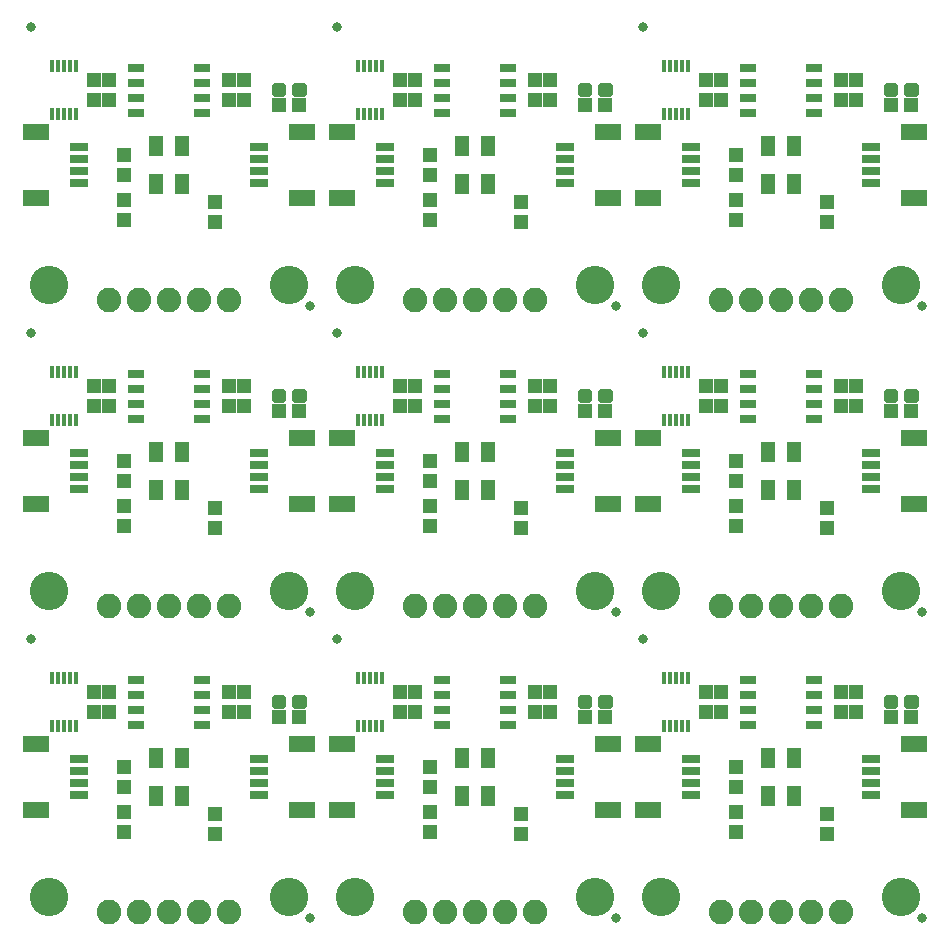
<source format=gts>
G75*
%MOIN*%
%OFA0B0*%
%FSLAX25Y25*%
%IPPOS*%
%LPD*%
%AMOC8*
5,1,8,0,0,1.08239X$1,22.5*
%
%ADD10R,0.04737X0.05131*%
%ADD11R,0.01575X0.04331*%
%ADD12R,0.05524X0.03162*%
%ADD13C,0.03300*%
%ADD14R,0.05131X0.04737*%
%ADD15R,0.04934X0.06607*%
%ADD16C,0.12800*%
%ADD17C,0.01990*%
%ADD18R,0.08674X0.05524*%
%ADD19R,0.06115X0.03162*%
%ADD20C,0.08200*%
D10*
X0040934Y0036714D03*
X0040934Y0043406D03*
X0040934Y0051714D03*
X0040934Y0058406D03*
X0035934Y0076714D03*
X0030934Y0076714D03*
X0030934Y0083406D03*
X0035934Y0083406D03*
X0075934Y0083406D03*
X0080934Y0083406D03*
X0080934Y0076714D03*
X0075934Y0076714D03*
X0071184Y0042656D03*
X0071184Y0035964D03*
X0142934Y0036714D03*
X0142934Y0043406D03*
X0142934Y0051714D03*
X0142934Y0058406D03*
X0137934Y0076714D03*
X0132934Y0076714D03*
X0132934Y0083406D03*
X0137934Y0083406D03*
X0177934Y0083406D03*
X0182934Y0083406D03*
X0182934Y0076714D03*
X0177934Y0076714D03*
X0173184Y0042656D03*
X0173184Y0035964D03*
X0244934Y0036714D03*
X0244934Y0043406D03*
X0244934Y0051714D03*
X0244934Y0058406D03*
X0239934Y0076714D03*
X0234934Y0076714D03*
X0234934Y0083406D03*
X0239934Y0083406D03*
X0279934Y0083406D03*
X0284934Y0083406D03*
X0284934Y0076714D03*
X0279934Y0076714D03*
X0275184Y0042656D03*
X0275184Y0035964D03*
X0275184Y0137964D03*
X0275184Y0144656D03*
X0244934Y0145406D03*
X0244934Y0138714D03*
X0244934Y0153714D03*
X0244934Y0160406D03*
X0239934Y0178714D03*
X0234934Y0178714D03*
X0234934Y0185406D03*
X0239934Y0185406D03*
X0279934Y0185406D03*
X0284934Y0185406D03*
X0284934Y0178714D03*
X0279934Y0178714D03*
X0182934Y0178714D03*
X0177934Y0178714D03*
X0177934Y0185406D03*
X0182934Y0185406D03*
X0137934Y0185406D03*
X0132934Y0185406D03*
X0132934Y0178714D03*
X0137934Y0178714D03*
X0142934Y0160406D03*
X0142934Y0153714D03*
X0142934Y0145406D03*
X0142934Y0138714D03*
X0173184Y0137964D03*
X0173184Y0144656D03*
X0080934Y0178714D03*
X0075934Y0178714D03*
X0075934Y0185406D03*
X0080934Y0185406D03*
X0040934Y0160406D03*
X0040934Y0153714D03*
X0040934Y0145406D03*
X0040934Y0138714D03*
X0071184Y0137964D03*
X0071184Y0144656D03*
X0035934Y0178714D03*
X0030934Y0178714D03*
X0030934Y0185406D03*
X0035934Y0185406D03*
X0071184Y0239964D03*
X0071184Y0246656D03*
X0040934Y0247406D03*
X0040934Y0240714D03*
X0040934Y0255714D03*
X0040934Y0262406D03*
X0035934Y0280714D03*
X0030934Y0280714D03*
X0030934Y0287406D03*
X0035934Y0287406D03*
X0075934Y0287406D03*
X0080934Y0287406D03*
X0080934Y0280714D03*
X0075934Y0280714D03*
X0132934Y0280714D03*
X0137934Y0280714D03*
X0137934Y0287406D03*
X0132934Y0287406D03*
X0142934Y0262406D03*
X0142934Y0255714D03*
X0142934Y0247406D03*
X0142934Y0240714D03*
X0173184Y0239964D03*
X0173184Y0246656D03*
X0177934Y0280714D03*
X0182934Y0280714D03*
X0182934Y0287406D03*
X0177934Y0287406D03*
X0234934Y0287406D03*
X0239934Y0287406D03*
X0239934Y0280714D03*
X0234934Y0280714D03*
X0244934Y0262406D03*
X0244934Y0255714D03*
X0244934Y0247406D03*
X0244934Y0240714D03*
X0275184Y0239964D03*
X0275184Y0246656D03*
X0279934Y0280714D03*
X0284934Y0280714D03*
X0284934Y0287406D03*
X0279934Y0287406D03*
D11*
X0228871Y0292131D03*
X0226902Y0292131D03*
X0224934Y0292131D03*
X0222965Y0292131D03*
X0220997Y0292131D03*
X0220997Y0275989D03*
X0222965Y0275989D03*
X0224934Y0275989D03*
X0226902Y0275989D03*
X0228871Y0275989D03*
X0126871Y0275989D03*
X0124902Y0275989D03*
X0122934Y0275989D03*
X0120965Y0275989D03*
X0118997Y0275989D03*
X0118997Y0292131D03*
X0120965Y0292131D03*
X0122934Y0292131D03*
X0124902Y0292131D03*
X0126871Y0292131D03*
X0024871Y0292131D03*
X0022902Y0292131D03*
X0020934Y0292131D03*
X0018965Y0292131D03*
X0016997Y0292131D03*
X0016997Y0275989D03*
X0018965Y0275989D03*
X0020934Y0275989D03*
X0022902Y0275989D03*
X0024871Y0275989D03*
X0024871Y0190131D03*
X0022902Y0190131D03*
X0020934Y0190131D03*
X0018965Y0190131D03*
X0016997Y0190131D03*
X0016997Y0173989D03*
X0018965Y0173989D03*
X0020934Y0173989D03*
X0022902Y0173989D03*
X0024871Y0173989D03*
X0118997Y0173989D03*
X0120965Y0173989D03*
X0122934Y0173989D03*
X0124902Y0173989D03*
X0126871Y0173989D03*
X0126871Y0190131D03*
X0124902Y0190131D03*
X0122934Y0190131D03*
X0120965Y0190131D03*
X0118997Y0190131D03*
X0220997Y0190131D03*
X0222965Y0190131D03*
X0224934Y0190131D03*
X0226902Y0190131D03*
X0228871Y0190131D03*
X0228871Y0173989D03*
X0226902Y0173989D03*
X0224934Y0173989D03*
X0222965Y0173989D03*
X0220997Y0173989D03*
X0220997Y0088131D03*
X0222965Y0088131D03*
X0224934Y0088131D03*
X0226902Y0088131D03*
X0228871Y0088131D03*
X0228871Y0071989D03*
X0226902Y0071989D03*
X0224934Y0071989D03*
X0222965Y0071989D03*
X0220997Y0071989D03*
X0126871Y0071989D03*
X0124902Y0071989D03*
X0122934Y0071989D03*
X0120965Y0071989D03*
X0118997Y0071989D03*
X0118997Y0088131D03*
X0120965Y0088131D03*
X0122934Y0088131D03*
X0124902Y0088131D03*
X0126871Y0088131D03*
X0024871Y0088131D03*
X0022902Y0088131D03*
X0020934Y0088131D03*
X0018965Y0088131D03*
X0016997Y0088131D03*
X0016997Y0071989D03*
X0018965Y0071989D03*
X0020934Y0071989D03*
X0022902Y0071989D03*
X0024871Y0071989D03*
D12*
X0044910Y0072560D03*
X0044910Y0077560D03*
X0044910Y0082560D03*
X0044910Y0087560D03*
X0066957Y0087560D03*
X0066957Y0082560D03*
X0066957Y0077560D03*
X0066957Y0072560D03*
X0146910Y0072560D03*
X0146910Y0077560D03*
X0146910Y0082560D03*
X0146910Y0087560D03*
X0168957Y0087560D03*
X0168957Y0082560D03*
X0168957Y0077560D03*
X0168957Y0072560D03*
X0248910Y0072560D03*
X0248910Y0077560D03*
X0248910Y0082560D03*
X0248910Y0087560D03*
X0270957Y0087560D03*
X0270957Y0082560D03*
X0270957Y0077560D03*
X0270957Y0072560D03*
X0270957Y0174560D03*
X0270957Y0179560D03*
X0270957Y0184560D03*
X0270957Y0189560D03*
X0248910Y0189560D03*
X0248910Y0184560D03*
X0248910Y0179560D03*
X0248910Y0174560D03*
X0168957Y0174560D03*
X0168957Y0179560D03*
X0168957Y0184560D03*
X0168957Y0189560D03*
X0146910Y0189560D03*
X0146910Y0184560D03*
X0146910Y0179560D03*
X0146910Y0174560D03*
X0066957Y0174560D03*
X0066957Y0179560D03*
X0066957Y0184560D03*
X0066957Y0189560D03*
X0044910Y0189560D03*
X0044910Y0184560D03*
X0044910Y0179560D03*
X0044910Y0174560D03*
X0044910Y0276560D03*
X0044910Y0281560D03*
X0044910Y0286560D03*
X0044910Y0291560D03*
X0066957Y0291560D03*
X0066957Y0286560D03*
X0066957Y0281560D03*
X0066957Y0276560D03*
X0146910Y0276560D03*
X0146910Y0281560D03*
X0146910Y0286560D03*
X0146910Y0291560D03*
X0168957Y0291560D03*
X0168957Y0286560D03*
X0168957Y0281560D03*
X0168957Y0276560D03*
X0248910Y0276560D03*
X0248910Y0281560D03*
X0248910Y0286560D03*
X0248910Y0291560D03*
X0270957Y0291560D03*
X0270957Y0286560D03*
X0270957Y0281560D03*
X0270957Y0276560D03*
D13*
X0213934Y0305060D03*
X0111934Y0305060D03*
X0009934Y0305060D03*
X0102934Y0212060D03*
X0111934Y0203060D03*
X0204934Y0212060D03*
X0213934Y0203060D03*
X0306934Y0212060D03*
X0306934Y0110060D03*
X0213934Y0101060D03*
X0204934Y0110060D03*
X0111934Y0101060D03*
X0102934Y0110060D03*
X0009934Y0101060D03*
X0102934Y0008060D03*
X0204934Y0008060D03*
X0306934Y0008060D03*
X0009934Y0203060D03*
D14*
X0092587Y0177060D03*
X0099280Y0177060D03*
X0194587Y0177060D03*
X0201280Y0177060D03*
X0296587Y0177060D03*
X0303280Y0177060D03*
X0303280Y0075060D03*
X0296587Y0075060D03*
X0201280Y0075060D03*
X0194587Y0075060D03*
X0099280Y0075060D03*
X0092587Y0075060D03*
X0092587Y0279060D03*
X0099280Y0279060D03*
X0194587Y0279060D03*
X0201280Y0279060D03*
X0296587Y0279060D03*
X0303280Y0279060D03*
D15*
X0264363Y0265408D03*
X0255505Y0265408D03*
X0255505Y0252712D03*
X0264363Y0252712D03*
X0162363Y0252712D03*
X0153505Y0252712D03*
X0153505Y0265408D03*
X0162363Y0265408D03*
X0060363Y0265408D03*
X0051505Y0265408D03*
X0051505Y0252712D03*
X0060363Y0252712D03*
X0060363Y0163408D03*
X0051505Y0163408D03*
X0051505Y0150712D03*
X0060363Y0150712D03*
X0153505Y0150712D03*
X0162363Y0150712D03*
X0162363Y0163408D03*
X0153505Y0163408D03*
X0255505Y0163408D03*
X0264363Y0163408D03*
X0264363Y0150712D03*
X0255505Y0150712D03*
X0255505Y0061408D03*
X0264363Y0061408D03*
X0264363Y0048712D03*
X0255505Y0048712D03*
X0162363Y0048712D03*
X0153505Y0048712D03*
X0153505Y0061408D03*
X0162363Y0061408D03*
X0060363Y0061408D03*
X0051505Y0061408D03*
X0051505Y0048712D03*
X0060363Y0048712D03*
D16*
X0015934Y0015060D03*
X0095934Y0015060D03*
X0117934Y0015060D03*
X0197934Y0015060D03*
X0219934Y0015060D03*
X0299934Y0015060D03*
X0299934Y0117060D03*
X0219934Y0117060D03*
X0197934Y0117060D03*
X0117934Y0117060D03*
X0095934Y0117060D03*
X0015934Y0117060D03*
X0015934Y0219060D03*
X0095934Y0219060D03*
X0117934Y0219060D03*
X0197934Y0219060D03*
X0219934Y0219060D03*
X0299934Y0219060D03*
D17*
X0304759Y0183433D02*
X0304759Y0180687D01*
X0302013Y0180687D01*
X0302013Y0183433D01*
X0304759Y0183433D01*
X0304759Y0182577D02*
X0302013Y0182577D01*
X0297854Y0183433D02*
X0297854Y0180687D01*
X0295108Y0180687D01*
X0295108Y0183433D01*
X0297854Y0183433D01*
X0297854Y0182577D02*
X0295108Y0182577D01*
X0202759Y0183433D02*
X0202759Y0180687D01*
X0200013Y0180687D01*
X0200013Y0183433D01*
X0202759Y0183433D01*
X0202759Y0182577D02*
X0200013Y0182577D01*
X0195854Y0183433D02*
X0195854Y0180687D01*
X0193108Y0180687D01*
X0193108Y0183433D01*
X0195854Y0183433D01*
X0195854Y0182577D02*
X0193108Y0182577D01*
X0100759Y0183433D02*
X0100759Y0180687D01*
X0098013Y0180687D01*
X0098013Y0183433D01*
X0100759Y0183433D01*
X0100759Y0182577D02*
X0098013Y0182577D01*
X0093854Y0183433D02*
X0093854Y0180687D01*
X0091108Y0180687D01*
X0091108Y0183433D01*
X0093854Y0183433D01*
X0093854Y0182577D02*
X0091108Y0182577D01*
X0093854Y0282687D02*
X0093854Y0285433D01*
X0093854Y0282687D02*
X0091108Y0282687D01*
X0091108Y0285433D01*
X0093854Y0285433D01*
X0093854Y0284577D02*
X0091108Y0284577D01*
X0100759Y0285433D02*
X0100759Y0282687D01*
X0098013Y0282687D01*
X0098013Y0285433D01*
X0100759Y0285433D01*
X0100759Y0284577D02*
X0098013Y0284577D01*
X0195854Y0285433D02*
X0195854Y0282687D01*
X0193108Y0282687D01*
X0193108Y0285433D01*
X0195854Y0285433D01*
X0195854Y0284577D02*
X0193108Y0284577D01*
X0202759Y0285433D02*
X0202759Y0282687D01*
X0200013Y0282687D01*
X0200013Y0285433D01*
X0202759Y0285433D01*
X0202759Y0284577D02*
X0200013Y0284577D01*
X0297854Y0285433D02*
X0297854Y0282687D01*
X0295108Y0282687D01*
X0295108Y0285433D01*
X0297854Y0285433D01*
X0297854Y0284577D02*
X0295108Y0284577D01*
X0304759Y0285433D02*
X0304759Y0282687D01*
X0302013Y0282687D01*
X0302013Y0285433D01*
X0304759Y0285433D01*
X0304759Y0284577D02*
X0302013Y0284577D01*
X0304759Y0081433D02*
X0304759Y0078687D01*
X0302013Y0078687D01*
X0302013Y0081433D01*
X0304759Y0081433D01*
X0304759Y0080577D02*
X0302013Y0080577D01*
X0297854Y0081433D02*
X0297854Y0078687D01*
X0295108Y0078687D01*
X0295108Y0081433D01*
X0297854Y0081433D01*
X0297854Y0080577D02*
X0295108Y0080577D01*
X0202759Y0081433D02*
X0202759Y0078687D01*
X0200013Y0078687D01*
X0200013Y0081433D01*
X0202759Y0081433D01*
X0202759Y0080577D02*
X0200013Y0080577D01*
X0195854Y0081433D02*
X0195854Y0078687D01*
X0193108Y0078687D01*
X0193108Y0081433D01*
X0195854Y0081433D01*
X0195854Y0080577D02*
X0193108Y0080577D01*
X0100759Y0081433D02*
X0100759Y0078687D01*
X0098013Y0078687D01*
X0098013Y0081433D01*
X0100759Y0081433D01*
X0100759Y0080577D02*
X0098013Y0080577D01*
X0093854Y0081433D02*
X0093854Y0078687D01*
X0091108Y0078687D01*
X0091108Y0081433D01*
X0093854Y0081433D01*
X0093854Y0080577D02*
X0091108Y0080577D01*
D18*
X0100402Y0066084D03*
X0113465Y0066084D03*
X0113465Y0044036D03*
X0100402Y0044036D03*
X0011465Y0044036D03*
X0011465Y0066084D03*
X0011465Y0146036D03*
X0011465Y0168084D03*
X0100402Y0168084D03*
X0113465Y0168084D03*
X0113465Y0146036D03*
X0100402Y0146036D03*
X0202402Y0146036D03*
X0215465Y0146036D03*
X0215465Y0168084D03*
X0202402Y0168084D03*
X0304402Y0168084D03*
X0304402Y0146036D03*
X0304402Y0066084D03*
X0304402Y0044036D03*
X0215465Y0044036D03*
X0202402Y0044036D03*
X0202402Y0066084D03*
X0215465Y0066084D03*
X0215465Y0248036D03*
X0202402Y0248036D03*
X0202402Y0270084D03*
X0215465Y0270084D03*
X0304402Y0270084D03*
X0304402Y0248036D03*
X0113465Y0248036D03*
X0100402Y0248036D03*
X0100402Y0270084D03*
X0113465Y0270084D03*
X0011465Y0270084D03*
X0011465Y0248036D03*
D19*
X0025934Y0253154D03*
X0025934Y0257091D03*
X0025934Y0261028D03*
X0025934Y0264966D03*
X0085934Y0264966D03*
X0085934Y0261028D03*
X0085934Y0257091D03*
X0085934Y0253154D03*
X0127934Y0253154D03*
X0127934Y0257091D03*
X0127934Y0261028D03*
X0127934Y0264966D03*
X0187934Y0264966D03*
X0187934Y0261028D03*
X0187934Y0257091D03*
X0187934Y0253154D03*
X0229934Y0253154D03*
X0229934Y0257091D03*
X0229934Y0261028D03*
X0229934Y0264966D03*
X0289934Y0264966D03*
X0289934Y0261028D03*
X0289934Y0257091D03*
X0289934Y0253154D03*
X0289934Y0162966D03*
X0289934Y0159028D03*
X0289934Y0155091D03*
X0289934Y0151154D03*
X0229934Y0151154D03*
X0229934Y0155091D03*
X0229934Y0159028D03*
X0229934Y0162966D03*
X0187934Y0162966D03*
X0187934Y0159028D03*
X0187934Y0155091D03*
X0187934Y0151154D03*
X0127934Y0151154D03*
X0127934Y0155091D03*
X0127934Y0159028D03*
X0127934Y0162966D03*
X0085934Y0162966D03*
X0085934Y0159028D03*
X0085934Y0155091D03*
X0085934Y0151154D03*
X0025934Y0151154D03*
X0025934Y0155091D03*
X0025934Y0159028D03*
X0025934Y0162966D03*
X0025934Y0060966D03*
X0025934Y0057028D03*
X0025934Y0053091D03*
X0025934Y0049154D03*
X0085934Y0049154D03*
X0085934Y0053091D03*
X0085934Y0057028D03*
X0085934Y0060966D03*
X0127934Y0060966D03*
X0127934Y0057028D03*
X0127934Y0053091D03*
X0127934Y0049154D03*
X0187934Y0049154D03*
X0187934Y0053091D03*
X0187934Y0057028D03*
X0187934Y0060966D03*
X0229934Y0060966D03*
X0229934Y0057028D03*
X0229934Y0053091D03*
X0229934Y0049154D03*
X0289934Y0049154D03*
X0289934Y0053091D03*
X0289934Y0057028D03*
X0289934Y0060966D03*
D20*
X0279934Y0010060D03*
X0269934Y0010060D03*
X0259934Y0010060D03*
X0249934Y0010060D03*
X0239934Y0010060D03*
X0177934Y0010060D03*
X0167934Y0010060D03*
X0157934Y0010060D03*
X0147934Y0010060D03*
X0137934Y0010060D03*
X0075934Y0010060D03*
X0065934Y0010060D03*
X0055934Y0010060D03*
X0045934Y0010060D03*
X0035934Y0010060D03*
X0035934Y0112060D03*
X0045934Y0112060D03*
X0055934Y0112060D03*
X0065934Y0112060D03*
X0075934Y0112060D03*
X0137934Y0112060D03*
X0147934Y0112060D03*
X0157934Y0112060D03*
X0167934Y0112060D03*
X0177934Y0112060D03*
X0239934Y0112060D03*
X0249934Y0112060D03*
X0259934Y0112060D03*
X0269934Y0112060D03*
X0279934Y0112060D03*
X0279934Y0214060D03*
X0269934Y0214060D03*
X0259934Y0214060D03*
X0249934Y0214060D03*
X0239934Y0214060D03*
X0177934Y0214060D03*
X0167934Y0214060D03*
X0157934Y0214060D03*
X0147934Y0214060D03*
X0137934Y0214060D03*
X0075934Y0214060D03*
X0065934Y0214060D03*
X0055934Y0214060D03*
X0045934Y0214060D03*
X0035934Y0214060D03*
M02*

</source>
